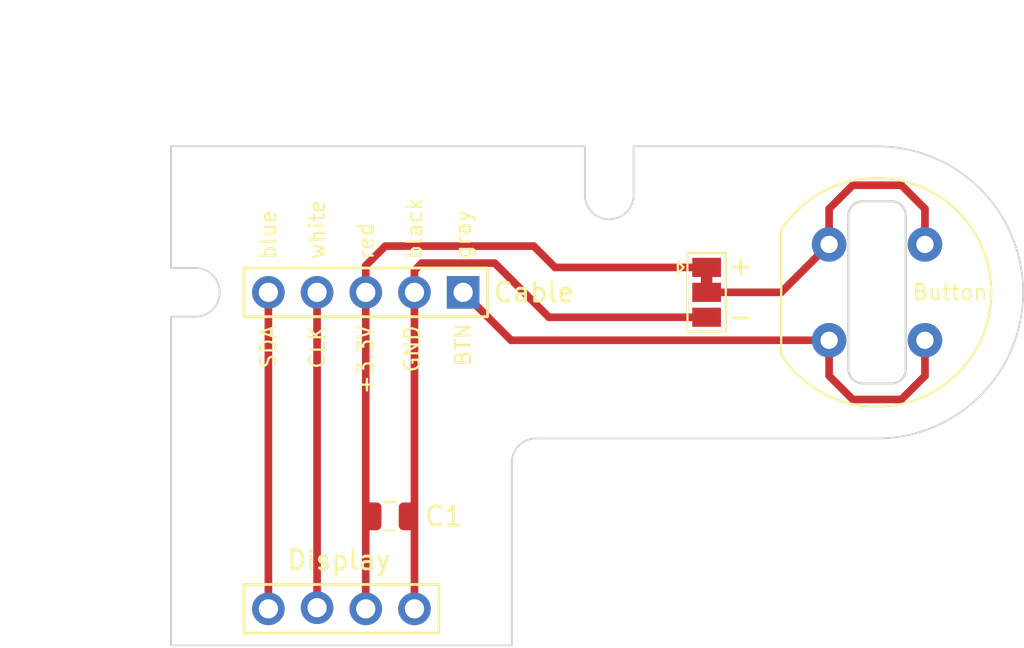
<source format=kicad_pcb>
(kicad_pcb (version 20211014) (generator pcbnew)
  (layers (0 "F.Cu" signal) (31 "B.Cu" signal) (34 "B.Paste" user) (35 "F.Paste" user) (36 "B.SilkS" user "B.Silkscreen") (37 "F.SilkS" user "F.Silkscreen") (38 "B.Mask" user) (39 "F.Mask" user) (44 "Edge.Cuts" user))
  (net 0 "")
  (net 1 "/GND")
  (net 2 "/+3.3V")
  (net 3 "/CLK")
  (net 4 "/SDA")
  (net 5 "/BTN")
  (net 6 "/BTN_REF")
  (footprint "Jumper:SolderJumper-3_P1.3mm_Bridged12_Pad1.0x1.5mm" (layer "F.Cu") (at 162.56 53.34 -90)
    (fp_text reference "JP1" hide)
    (fp_text value "Button Mode Select" hide)
    (fp_poly (pts (xy -0.9 -0.3) (xy -0.4 -0.3) (xy -0.4 0.3) (xy -0.9 0.3)) (layer "F.Cu") (width 0) (fill solid))
    (fp_line (start -2.05 1) (end -2.05 -1) (layer "F.SilkS") (width 0.12))
    (fp_line (start -1.3 1.2) (end -1 1.5) (layer "F.SilkS") (width 0.12))
    (fp_line (start -2.05 -1) (end 2.05 -1) (layer "F.SilkS") (width 0.12))
    (fp_line (start 2.05 1) (end -2.05 1) (layer "F.SilkS") (width 0.12))
    (fp_line (start 2.05 -1) (end 2.05 1) (layer "F.SilkS") (width 0.12))
    (fp_line (start -1.6 1.5) (end -1 1.5) (layer "F.SilkS") (width 0.12))
    (fp_line (start -1.3 1.2) (end -1.6 1.5) (layer "F.SilkS") (width 0.12))
    (pad "1" smd rect (at -1.3 0 270) (size 1 1.5) (layers "F.Cu" "F.Mask") (net 2 "/+3.3V"))
    (pad "2" smd rect (at 0 0 270) (size 1 1.5) (layers "F.Cu" "F.Mask") (net 6 "/BTN_REF"))
    (pad "3" smd rect (at 1.3 0 270) (size 1 1.5) (layers "F.Cu" "F.Mask") (net 1 "/GND"))
  )
  (footprint "Connector_PinSocket_2.54mm:PinSocket_1x04_P2.54mm_Vertical" (layer "F.Cu") (at 143.51 69.85)
    (fp_text reference "J1" hide)
    (fp_text value "Display Module")
    (pad "1" thru_hole oval (at 3.81 0 90) (size 1.7 1.7) (drill 1) (layers *.Cu *.Mask) (net 1 "/GND"))
    (pad "2" thru_hole oval (at 1.27 0 90) (size 1.7 1.7) (drill 1) (layers *.Cu *.Mask) (net 2 "/+3.3V"))
    (pad "3" thru_hole oval (at -1.27 -0.06 90) (size 1.7 1.7) (drill 1) (layers *.Cu *.Mask) (net 3 "/CLK"))
    (pad "4" thru_hole circle (at -3.81 0 90) (size 1.7 1.7) (drill 1) (layers *.Cu *.Mask) (net 4 "/SDA"))
  )
  (footprint "Button_Switch_THT:SW_PUSH-12mm" (layer "F.Cu") (at 171.45 53.34)
    (fp_text reference "SW1" hide)
    (fp_text value "SW_Push" hide)
    (fp_line (start -5 -3.25) (end -5 3.25) (layer "F.SilkS") (width 0.12))
    (fp_arc (start -5 -3.25) (mid 5.96343 0) (end -5 3.25) (layer "F.SilkS") (width 0.12))
    (fp_line (start 0.75 4.75) (end -0.75 4.75) (layer "Edge.Cuts") (width 0.12))
    (fp_line (start -1.5 4) (end -1.5 -4) (layer "Edge.Cuts") (width 0.12))
    (fp_line (start 1.5 -4) (end 1.5 4) (layer "Edge.Cuts") (width 0.12))
    (fp_line (start -0.75 -4.75) (end 0.75 -4.75) (layer "Edge.Cuts") (width 0.12))
    (fp_arc (start -0.75 4.75) (mid -1.28033 4.53033) (end -1.5 4) (layer "Edge.Cuts") (width 0.12))
    (fp_arc (start 0.75 -4.75) (mid 1.28033 -4.53033) (end 1.5 -4) (layer "Edge.Cuts") (width 0.12))
    (fp_arc (start -1.5 -4) (mid -1.28033 -4.53033) (end -0.75 -4.75) (layer "Edge.Cuts") (width 0.12))
    (fp_arc (start 1.5 4) (mid 1.28033 4.53033) (end 0.75 4.75) (layer "Edge.Cuts") (width 0.12))
    (pad "1" thru_hole circle (at 2.5 -2.5) (size 1.8 1.8) (drill 0.9) (layers *.Mask "F.Cu" "In1.Cu" "B.Cu") (net 6 "/BTN_REF"))
    (pad "1" thru_hole circle (at -2.5 -2.5) (size 1.8 1.8) (drill 0.9) (layers *.Cu *.Mask) (net 6 "/BTN_REF"))
    (pad "2" thru_hole circle (at 2.5 2.5) (size 1.8 1.8) (drill 0.9) (layers *.Cu *.Mask) (net 5 "/BTN"))
    (pad "2" thru_hole circle (at -2.5 2.5) (size 1.8 1.8) (drill 0.9) (layers *.Cu *.Mask) (net 5 "/BTN"))
  )
  (footprint "Capacitor_SMD:C_0805_2012Metric" (layer "F.Cu") (at 146.05 65.024 180)
    (fp_text reference "C1" (at -2.794 0) (layer "F.SilkS"))
    (fp_text value "22u")
    (fp_line (start -0.261252 -0.735) (end 0.261252 -0.735) (layer "F.SilkS") (width 0.12))
    (fp_line (start -0.261252 0.735) (end 0.261252 0.735) (layer "F.SilkS") (width 0.12))
    (pad "1" smd roundrect (at -0.95 0 180) (size 1 1.45) (layers "F.Cu" "F.Paste" "F.Mask"))
    (pad "2" smd roundrect (at 0.95 0 180) (size 1 1.45) (layers "F.Cu" "F.Paste" "F.Mask"))
  )
  (footprint "Connector_PinSocket_2.54mm:PinSocket_1x05_P2.54mm_Vertical" (layer "F.Cu") (at 149.86 53.34 -90)
    (fp_text reference "J2" hide)
    (fp_text value "Cable")
    (pad "1" thru_hole rect (at 0 0 270) (size 1.7 1.7) (drill 1) (layers *.Cu *.Mask) (net 5 "/BTN"))
    (pad "2" thru_hole oval (at 0 2.54 270) (size 1.7 1.7) (drill 1) (layers *.Cu *.Mask) (net 1 "/GND"))
    (pad "3" thru_hole oval (at 0 5.08 270) (size 1.7 1.7) (drill 1) (layers *.Cu *.Mask) (net 2 "/+3.3V"))
    (pad "4" thru_hole oval (at 0 7.62 270) (size 1.7 1.7) (drill 1) (layers *.Cu *.Mask) (net 3 "/CLK"))
    (pad "5" thru_hole oval (at 0 10.16 270) (size 1.7 1.7) (drill 1) (layers *.Cu *.Mask) (net 4 "/SDA"))
  )
  (gr_rect (start 138.43 52.07) (end 151.13 54.61) (layer "F.SilkS") (width 0.15) (fill none))
  (gr_rect (start 148.59 68.58) (end 138.43 71.12) (layer "F.SilkS") (width 0.15) (fill none))
  (gr_line (start 171.45 45.72) (end 158.75 45.72) (layer "Edge.Cuts") (width 0.1))
  (gr_line (start 134.62 45.72) (end 134.62 52.07) (layer "Edge.Cuts") (width 0.1))
  (gr_arc (start 152.4 62.23) (mid 152.771974 61.331974) (end 153.67 60.96) (layer "Edge.Cuts") (width 0.1))
  (gr_arc (start 135.89 52.07) (mid 137.16 53.34) (end 135.89 54.61) (layer "Edge.Cuts") (width 0.1))
  (gr_line (start 134.62 71.755) (end 152.4 71.755) (layer "Edge.Cuts") (width 0.1))
  (gr_arc (start 171.45 45.72) (mid 179.07 53.34) (end 171.45 60.96) (layer "Edge.Cuts") (width 0.1))
  (gr_line (start 135.89 52.07) (end 134.62 52.07) (layer "Edge.Cuts") (width 0.1))
  (gr_line (start 153.67 60.96) (end 171.45 60.96) (layer "Edge.Cuts") (width 0.1))
  (gr_line (start 134.62 54.61) (end 134.62 71.755) (layer "Edge.Cuts") (width 0.1))
  (gr_line (start 158.75 48.26) (end 158.75 45.72) (layer "Edge.Cuts") (width 0.1))
  (gr_line (start 156.21 45.72) (end 156.21 48.26) (layer "Edge.Cuts") (width 0.1))
  (gr_line (start 152.4 62.23) (end 152.4 71.755) (layer "Edge.Cuts") (width 0.1))
  (gr_line (start 156.21 45.72) (end 134.62 45.72) (layer "Edge.Cuts") (width 0.1))
  (gr_arc (start 158.75 48.26) (mid 157.48 49.53) (end 156.21 48.26) (layer "Edge.Cuts") (width 0.1))
  (gr_line (start 134.62 54.61) (end 135.89 54.61) (layer "Edge.Cuts") (width 0.1))
  (gr_text "BTN" (at 149.86 54.864 90) (layer "F.SilkS") (effects (font (size 0.8 0.8) (thickness 0.12)) (justify right)))
  (gr_text "CLK" (at 142.24 54.991 90) (layer "F.SilkS") (effects (font (size 0.8 0.8) (thickness 0.12)) (justify right)))
  (gr_text "Button" (at 175.26 53.34) (layer "F.SilkS") (effects (font (size 0.8 0.8) (thickness 0.12))))
  (gr_text "Cable" (at 153.543 53.34) (layer "F.SilkS") (effects (font (size 1 1))))
  (gr_text "red" (at 144.78 51.689 90) (layer "F.SilkS") (effects (font (size 0.8 0.8) (thickness 0.12)) (justify left)))
  (gr_text "gray" (at 149.86 51.689 90) (layer "F.SilkS") (effects (font (size 0.8 0.8) (thickness 0.12)) (justify left)))
  (gr_text "-" (at 164.338 54.61) (layer "F.SilkS") (effects (font (size 1 1))))
  (gr_text "white" (at 142.24 51.689 90) (layer "F.SilkS") (effects (font (size 0.8 0.8) (thickness 0.12)) (justify left)))
  (gr_text "Display" (at 143.383 67.31) (layer "F.SilkS") (effects (font (size 1 1))))
  (gr_text "GND" (at 147.193 54.991 90) (layer "F.SilkS") (effects (font (size 0.8 0.8) (thickness 0.12)) (justify right)))
  (gr_text "blue" (at 139.7 51.689 90) (layer "F.SilkS") (effects (font (size 0.8 0.8) (thickness 0.12)) (justify left)))
  (gr_text "SDA" (at 139.7 54.991 90) (layer "F.SilkS") (effects (font (size 0.8 0.8) (thickness 0.12)) (justify right)))
  (gr_text "+3.3V" (at 144.78 54.991 90) (layer "F.SilkS") (effects (font (size 0.8 0.8) (thickness 0.12)) (justify right)))
  (gr_text "+" (at 164.338 51.943) (layer "F.SilkS") (effects (font (size 1 1))))
  (gr_text "black" (at 147.32 51.689 90) (layer "F.SilkS") (effects (font (size 0.8 0.8) (thickness 0.12)) (justify left)))
  (segment (start 147.701 51.816) (end 147.32 52.197) (width 0.4) (layer "F.Cu") (net 1))
  (segment (start 147.32 53.34) (end 147.32 69.85) (width 0.4) (layer "F.Cu") (net 1))
  (segment (start 162.56 54.64) (end 154.335 54.64) (width 0.4) (layer "F.Cu") (net 1))
  (segment (start 154.335 54.64) (end 151.511 51.816) (width 0.4) (layer "F.Cu") (net 1))
  (segment (start 151.511 51.816) (end 147.701 51.816) (width 0.4) (layer "F.Cu") (net 1))
  (segment (start 147.32 52.197) (end 147.32 53.34) (width 0.4) (layer "F.Cu") (net 1))
  (segment (start 145.796 50.927) (end 153.543 50.927) (width 0.4) (layer "F.Cu") (net 2))
  (segment (start 144.78 53.34) (end 144.78 51.943) (width 0.4) (layer "F.Cu") (net 2))
  (segment (start 154.656 52.04) (end 162.56 52.04) (width 0.4) (layer "F.Cu") (net 2))
  (segment (start 144.78 69.85) (end 144.78 53.34) (width 0.4) (layer "F.Cu") (net 2))
  (segment (start 153.543 50.927) (end 154.656 52.04) (width 0.4) (layer "F.Cu") (net 2))
  (segment (start 144.78 51.943) (end 145.796 50.927) (width 0.4) (layer "F.Cu") (net 2))
  (segment (start 142.24 53.34) (end 142.24 69.79) (width 0.4) (layer "F.Cu") (net 3))
  (segment (start 139.7 53.34) (end 139.7 69.85) (width 0.4) (layer "F.Cu") (net 4))
  (segment (start 168.95 57.698) (end 170.18 58.928) (width 0.4) (layer "F.Cu") (net 5))
  (segment (start 172.72 58.928) (end 173.95 57.698) (width 0.4) (layer "F.Cu") (net 5))
  (segment (start 152.36 55.84) (end 168.95 55.84) (width 0.4) (layer "F.Cu") (net 5))
  (segment (start 168.95 55.84) (end 168.95 57.698) (width 0.4) (layer "F.Cu") (net 5))
  (segment (start 173.95 57.698) (end 173.95 55.84) (width 0.4) (layer "F.Cu") (net 5))
  (segment (start 170.18 58.928) (end 172.72 58.928) (width 0.4) (layer "F.Cu") (net 5))
  (segment (start 149.86 53.34) (end 152.36 55.84) (width 0.4) (layer "F.Cu") (net 5))
  (segment (start 162.56 53.34) (end 166.45 53.34) (width 0.4) (layer "F.Cu") (net 6))
  (segment (start 172.72 47.752) (end 173.95 48.982) (width 0.4) (layer "F.Cu") (net 6))
  (segment (start 170.18 47.752) (end 172.72 47.752) (width 0.4) (layer "F.Cu") (net 6))
  (segment (start 168.95 48.982) (end 170.18 47.752) (width 0.4) (layer "F.Cu") (net 6))
  (segment (start 173.95 48.982) (end 173.95 50.84) (width 0.4) (layer "F.Cu") (net 6))
  (segment (start 168.95 50.84) (end 168.95 48.982) (width 0.4) (layer "F.Cu") (net 6))
  (segment (start 166.45 53.34) (end 168.95 50.84) (width 0.4) (layer "F.Cu") (net 6))
)
</source>
